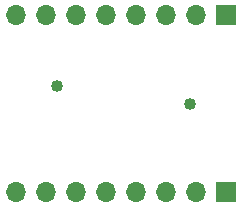
<source format=gbr>
%TF.GenerationSoftware,KiCad,Pcbnew,8.0.4*%
%TF.CreationDate,2024-07-28T12:52:59-07:00*%
%TF.ProjectId,pace 5268ac,70616365-2035-4323-9638-61632e6b6963,rev?*%
%TF.SameCoordinates,Original*%
%TF.FileFunction,Soldermask,Top*%
%TF.FilePolarity,Negative*%
%FSLAX46Y46*%
G04 Gerber Fmt 4.6, Leading zero omitted, Abs format (unit mm)*
G04 Created by KiCad (PCBNEW 8.0.4) date 2024-07-28 12:52:59*
%MOMM*%
%LPD*%
G01*
G04 APERTURE LIST*
%ADD10O,1.700000X1.700000*%
%ADD11R,1.700000X1.700000*%
%ADD12C,1.020000*%
G04 APERTURE END LIST*
D10*
%TO.C,J2*%
X95142000Y-102376000D03*
X97682000Y-102376000D03*
X100222000Y-102376000D03*
X102762000Y-102376000D03*
X105302000Y-102376000D03*
X107842000Y-102376000D03*
X110382000Y-102376000D03*
D11*
X112922000Y-102376000D03*
%TD*%
D10*
%TO.C,J1*%
X95142000Y-87376000D03*
X97682000Y-87376000D03*
X100222000Y-87376000D03*
X102762000Y-87376000D03*
X105302000Y-87376000D03*
X107842000Y-87376000D03*
X110382000Y-87376000D03*
D11*
X112922000Y-87376000D03*
%TD*%
D12*
%TO.C,J0*%
X98642000Y-93376000D03*
X109887000Y-94964000D03*
%TD*%
M02*

</source>
